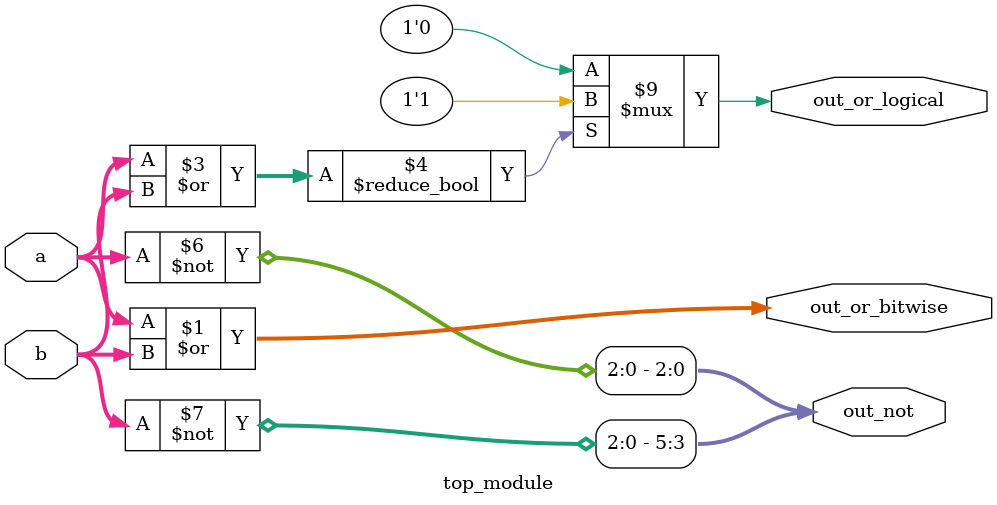
<source format=sv>
module top_module(
  input [2:0] a,
  input [2:0] b,
  output reg [2:0] out_or_bitwise,  // Use reg type for outputs
  output reg out_or_logical,        // Use reg type for outputs
  output reg [5:0] out_not          // Use reg type for outputs
);

	// Bitwise OR of the two vectors
	assign out_or_bitwise = a | b;

	// Logical OR of the two vectors
	always @(*) begin
		if (a | b)
			out_or_logical = 1;
		else
			out_or_logical = 0;
	end

	// Inverse (NOT) of both vectors
	always @(*) begin
		out_not[2:0] = ~a;  // Inverse of a in the lower half
		out_not[5:3] = ~b;  // Inverse of b in the upper half
	end

endmodule

</source>
